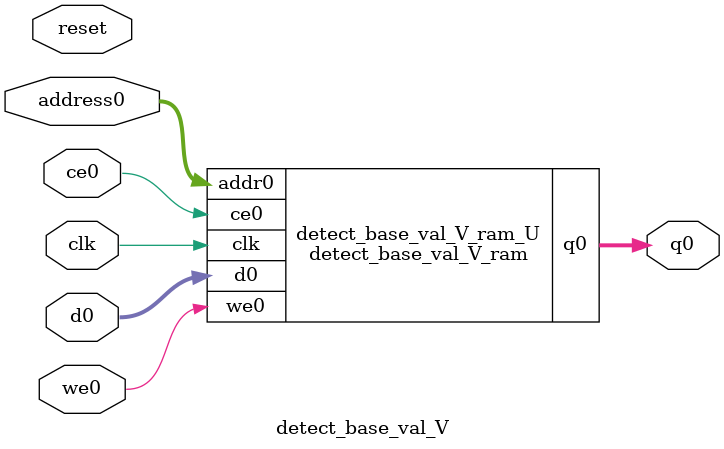
<source format=v>

`timescale 1 ns / 1 ps
module detect_base_val_V_ram (addr0, ce0, d0, we0, q0,  clk);

parameter DWIDTH = 32;
parameter AWIDTH = 16;
parameter MEM_SIZE = 65536;

input[AWIDTH-1:0] addr0;
input ce0;
input[DWIDTH-1:0] d0;
input we0;
output reg[DWIDTH-1:0] q0;
input clk;

(* ram_style = "block" *)reg [DWIDTH-1:0] ram[0:MEM_SIZE-1];




always @(posedge clk)  
begin 
    if (ce0) 
    begin
        if (we0) 
        begin 
            ram[addr0] <= d0; 
            q0 <= d0;
        end 
        else 
            q0 <= ram[addr0];
    end
end


endmodule


`timescale 1 ns / 1 ps
module detect_base_val_V(
    reset,
    clk,
    address0,
    ce0,
    we0,
    d0,
    q0);

parameter DataWidth = 32'd32;
parameter AddressRange = 32'd65536;
parameter AddressWidth = 32'd16;
input reset;
input clk;
input[AddressWidth - 1:0] address0;
input ce0;
input we0;
input[DataWidth - 1:0] d0;
output[DataWidth - 1:0] q0;



detect_base_val_V_ram detect_base_val_V_ram_U(
    .clk( clk ),
    .addr0( address0 ),
    .ce0( ce0 ),
    .we0( we0 ),
    .d0( d0 ),
    .q0( q0 ));

endmodule


</source>
